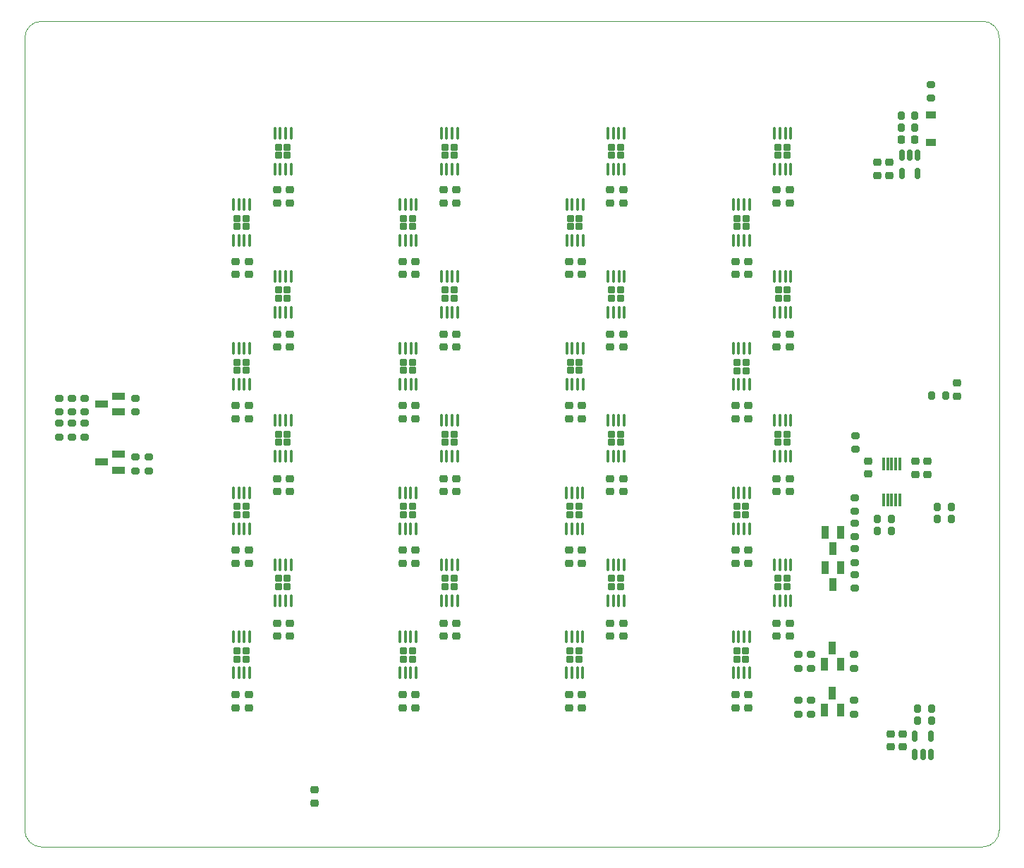
<source format=gtp>
G04 #@! TF.GenerationSoftware,KiCad,Pcbnew,(6.0.11)*
G04 #@! TF.CreationDate,2024-03-31T18:21:24-04:00*
G04 #@! TF.ProjectId,Ultrasonic Sound Steering - Driver Rev. C,556c7472-6173-46f6-9e69-6320536f756e,rev?*
G04 #@! TF.SameCoordinates,Original*
G04 #@! TF.FileFunction,Paste,Top*
G04 #@! TF.FilePolarity,Positive*
%FSLAX46Y46*%
G04 Gerber Fmt 4.6, Leading zero omitted, Abs format (unit mm)*
G04 Created by KiCad (PCBNEW (6.0.11)) date 2024-03-31 18:21:24*
%MOMM*%
%LPD*%
G01*
G04 APERTURE LIST*
G04 Aperture macros list*
%AMRoundRect*
0 Rectangle with rounded corners*
0 $1 Rounding radius*
0 $2 $3 $4 $5 $6 $7 $8 $9 X,Y pos of 4 corners*
0 Add a 4 corners polygon primitive as box body*
4,1,4,$2,$3,$4,$5,$6,$7,$8,$9,$2,$3,0*
0 Add four circle primitives for the rounded corners*
1,1,$1+$1,$2,$3*
1,1,$1+$1,$4,$5*
1,1,$1+$1,$6,$7*
1,1,$1+$1,$8,$9*
0 Add four rect primitives between the rounded corners*
20,1,$1+$1,$2,$3,$4,$5,0*
20,1,$1+$1,$4,$5,$6,$7,0*
20,1,$1+$1,$6,$7,$8,$9,0*
20,1,$1+$1,$8,$9,$2,$3,0*%
G04 Aperture macros list end*
G04 #@! TA.AperFunction,Profile*
%ADD10C,0.100000*%
G04 #@! TD*
%ADD11RoundRect,0.205000X-0.245000X0.205000X-0.245000X-0.205000X0.245000X-0.205000X0.245000X0.205000X0*%
%ADD12RoundRect,0.100000X-0.100000X0.625000X-0.100000X-0.625000X0.100000X-0.625000X0.100000X0.625000X0*%
%ADD13RoundRect,0.225000X-0.250000X0.225000X-0.250000X-0.225000X0.250000X-0.225000X0.250000X0.225000X0*%
%ADD14RoundRect,0.225000X0.250000X-0.225000X0.250000X0.225000X-0.250000X0.225000X-0.250000X-0.225000X0*%
%ADD15RoundRect,0.200000X0.200000X0.275000X-0.200000X0.275000X-0.200000X-0.275000X0.200000X-0.275000X0*%
%ADD16RoundRect,0.200000X-0.275000X0.200000X-0.275000X-0.200000X0.275000X-0.200000X0.275000X0.200000X0*%
%ADD17R,1.600200X0.863600*%
%ADD18RoundRect,0.200000X0.275000X-0.200000X0.275000X0.200000X-0.275000X0.200000X-0.275000X-0.200000X0*%
%ADD19R,0.863600X1.600200*%
%ADD20RoundRect,0.200000X-0.200000X-0.275000X0.200000X-0.275000X0.200000X0.275000X-0.200000X0.275000X0*%
%ADD21R,1.200000X0.900000*%
%ADD22RoundRect,0.150000X0.150000X-0.512500X0.150000X0.512500X-0.150000X0.512500X-0.150000X-0.512500X0*%
%ADD23RoundRect,0.150000X-0.150000X0.512500X-0.150000X-0.512500X0.150000X-0.512500X0.150000X0.512500X0*%
%ADD24R,0.330200X1.524000*%
%ADD25RoundRect,0.225000X0.225000X0.250000X-0.225000X0.250000X-0.225000X-0.250000X0.225000X-0.250000X0*%
G04 APERTURE END LIST*
D10*
X312719114Y-47450000D02*
X312714900Y-142595786D01*
X312719100Y-47450000D02*
G75*
G03*
X310719114Y-45450000I-2000000J0D01*
G01*
X195723314Y-142595786D02*
G75*
G03*
X197723328Y-144595786I1999986J-14D01*
G01*
X195723328Y-142595786D02*
X195723328Y-47454213D01*
X197723328Y-45454213D02*
X310719114Y-45450000D01*
X310714900Y-144595786D02*
X197723328Y-144595786D01*
X310714900Y-144595800D02*
G75*
G03*
X312714900Y-142595786I0J2000000D01*
G01*
X197723328Y-45454228D02*
G75*
G03*
X195723328Y-47454213I-28J-1999972D01*
G01*
D11*
X287240000Y-60560000D03*
X286160000Y-61540000D03*
X287240000Y-61540000D03*
X286160000Y-60560000D03*
D12*
X287675000Y-58900000D03*
X287025000Y-58900000D03*
X286375000Y-58900000D03*
X285725000Y-58900000D03*
X285725000Y-63200000D03*
X286375000Y-63200000D03*
X287025000Y-63200000D03*
X287675000Y-63200000D03*
D13*
X221050000Y-74275000D03*
X221050000Y-75825000D03*
X282600000Y-126325000D03*
X282600000Y-127875000D03*
D14*
X302620000Y-99845000D03*
X302620000Y-98295000D03*
D13*
X222600000Y-91625000D03*
X222600000Y-93175000D03*
D15*
X304570000Y-129455000D03*
X302920000Y-129455000D03*
D13*
X262600000Y-126325000D03*
X262600000Y-127875000D03*
D16*
X295330000Y-111880000D03*
X295330000Y-113530000D03*
D13*
X286000000Y-65700000D03*
X286000000Y-67250000D03*
X227550000Y-100400000D03*
X227550000Y-101950000D03*
D17*
X206954834Y-99350000D03*
X206954834Y-97449998D03*
X204943834Y-98399999D03*
D13*
X281050000Y-74275000D03*
X281050000Y-75825000D03*
X242600000Y-108975000D03*
X242600000Y-110525000D03*
D11*
X261197020Y-103734487D03*
X261197020Y-104714487D03*
X262277020Y-103734487D03*
X262277020Y-104714487D03*
D12*
X262712020Y-102074487D03*
X262062020Y-102074487D03*
X261412020Y-102074487D03*
X260762020Y-102074487D03*
X260762020Y-106374487D03*
X261412020Y-106374487D03*
X262062020Y-106374487D03*
X262712020Y-106374487D03*
D13*
X247550000Y-100400000D03*
X247550000Y-101950000D03*
D17*
X206955250Y-92350252D03*
X206955250Y-90450250D03*
X204944250Y-91400251D03*
D15*
X306255000Y-90410000D03*
X304605000Y-90410000D03*
D18*
X290090000Y-128650000D03*
X290090000Y-127000000D03*
D13*
X262600000Y-91625000D03*
X262600000Y-93175000D03*
X267550000Y-83050000D03*
X267550000Y-84600000D03*
X282600000Y-91625000D03*
X282600000Y-93175000D03*
D11*
X246162020Y-96031028D03*
X247242020Y-96031028D03*
X247242020Y-95051028D03*
X246162020Y-95051028D03*
D12*
X247677020Y-93391028D03*
X247027020Y-93391028D03*
X246377020Y-93391028D03*
X245727020Y-93391028D03*
X245727020Y-97691028D03*
X246377020Y-97691028D03*
X247027020Y-97691028D03*
X247677020Y-97691028D03*
D11*
X242277020Y-121054995D03*
X242277020Y-122034995D03*
X241197020Y-122034995D03*
X241197020Y-121054995D03*
D12*
X242712020Y-119394995D03*
X242062020Y-119394995D03*
X241412020Y-119394995D03*
X240762020Y-119394995D03*
X240762020Y-123694995D03*
X241412020Y-123694995D03*
X242062020Y-123694995D03*
X242712020Y-123694995D03*
D19*
X291740000Y-122695500D03*
X293640002Y-122695500D03*
X292690001Y-120684500D03*
D14*
X307640000Y-90445000D03*
X307640000Y-88895000D03*
D16*
X202932832Y-90713004D03*
X202932832Y-92363004D03*
D14*
X299550000Y-63965000D03*
X299550000Y-62415000D03*
D19*
X293680001Y-106796000D03*
X291779999Y-106796000D03*
X292730000Y-108807000D03*
D13*
X296975000Y-98275000D03*
X296975000Y-99825000D03*
X226000000Y-83050000D03*
X226000000Y-84600000D03*
X287550000Y-83050000D03*
X287550000Y-84600000D03*
D11*
X241215000Y-70089459D03*
X242295000Y-70089459D03*
X242295000Y-69109459D03*
X241215000Y-69109459D03*
D12*
X242730000Y-67449459D03*
X242080000Y-67449459D03*
X241430000Y-67449459D03*
X240780000Y-67449459D03*
X240780000Y-71749459D03*
X241430000Y-71749459D03*
X242080000Y-71749459D03*
X242730000Y-71749459D03*
D13*
X299650000Y-131055000D03*
X299650000Y-132605000D03*
D11*
X262277020Y-121054995D03*
X261197020Y-121054995D03*
X262277020Y-122034995D03*
X261197020Y-122034995D03*
D12*
X262712020Y-119394995D03*
X262062020Y-119394995D03*
X261412020Y-119394995D03*
X260762020Y-119394995D03*
X260762020Y-123694995D03*
X261412020Y-123694995D03*
X262062020Y-123694995D03*
X262712020Y-123694995D03*
D13*
X226000000Y-65700000D03*
X226000000Y-67250000D03*
X222600000Y-108975000D03*
X222600000Y-110525000D03*
X226000000Y-117750000D03*
X226000000Y-119300000D03*
X221050000Y-126325000D03*
X221050000Y-127875000D03*
X261050000Y-91625000D03*
X261050000Y-93175000D03*
X241050000Y-126325000D03*
X241050000Y-127875000D03*
D20*
X298085000Y-105210000D03*
X299735000Y-105210000D03*
D13*
X266000000Y-117750000D03*
X266000000Y-119300000D03*
D16*
X304480000Y-53030000D03*
X304480000Y-54680000D03*
D13*
X286000000Y-83050000D03*
X286000000Y-84600000D03*
D18*
X208999750Y-92375251D03*
X208999750Y-90725251D03*
D11*
X247240000Y-61540000D03*
X246160000Y-61540000D03*
X247240000Y-60560000D03*
X246160000Y-60560000D03*
D12*
X247675000Y-58900000D03*
X247025000Y-58900000D03*
X246375000Y-58900000D03*
X245725000Y-58900000D03*
X245725000Y-63200000D03*
X246375000Y-63200000D03*
X247025000Y-63200000D03*
X247675000Y-63200000D03*
D13*
X261050000Y-108975000D03*
X261050000Y-110525000D03*
D11*
X266160000Y-60560000D03*
X267240000Y-60560000D03*
X266160000Y-61540000D03*
X267240000Y-61540000D03*
D12*
X267675000Y-58900000D03*
X267025000Y-58900000D03*
X266375000Y-58900000D03*
X265725000Y-58900000D03*
X265725000Y-63200000D03*
X266375000Y-63200000D03*
X267025000Y-63200000D03*
X267675000Y-63200000D03*
D13*
X266000000Y-65700000D03*
X266000000Y-67250000D03*
X281050000Y-108975000D03*
X281050000Y-110525000D03*
D11*
X281215000Y-87396508D03*
X282295000Y-86416508D03*
X282295000Y-87396508D03*
X281215000Y-86416508D03*
D12*
X282730000Y-84756508D03*
X282080000Y-84756508D03*
X281430000Y-84756508D03*
X280780000Y-84756508D03*
X280780000Y-89056508D03*
X281430000Y-89056508D03*
X282080000Y-89056508D03*
X282730000Y-89056508D03*
D13*
X246000000Y-65700000D03*
X246000000Y-67250000D03*
D11*
X247258274Y-78710681D03*
X246178274Y-78710681D03*
X247258274Y-77730681D03*
X246178274Y-77730681D03*
D12*
X247693274Y-76070681D03*
X247043274Y-76070681D03*
X246393274Y-76070681D03*
X245743274Y-76070681D03*
X245743274Y-80370681D03*
X246393274Y-80370681D03*
X247043274Y-80370681D03*
X247693274Y-80370681D03*
D13*
X261050000Y-74275000D03*
X261050000Y-75825000D03*
X287550000Y-100400000D03*
X287550000Y-101950000D03*
D11*
X246162020Y-112371536D03*
X247242020Y-112371536D03*
X247242020Y-113351536D03*
X246162020Y-113351536D03*
D12*
X247677020Y-110711536D03*
X247027020Y-110711536D03*
X246377020Y-110711536D03*
X245727020Y-110711536D03*
X245727020Y-115011536D03*
X246377020Y-115011536D03*
X247027020Y-115011536D03*
X247677020Y-115011536D03*
D13*
X266000000Y-100400000D03*
X266000000Y-101950000D03*
D16*
X199880000Y-93730000D03*
X199880000Y-95380000D03*
D13*
X301110000Y-131055000D03*
X301110000Y-132605000D03*
D21*
X304512500Y-60007500D03*
X304512500Y-56707500D03*
D14*
X304080000Y-99845000D03*
X304080000Y-98295000D03*
D13*
X242600000Y-74275000D03*
X242600000Y-75825000D03*
D11*
X241197020Y-103734487D03*
X242277020Y-103734487D03*
X241197020Y-104714487D03*
X242277020Y-104714487D03*
D12*
X242712020Y-102074487D03*
X242062020Y-102074487D03*
X241412020Y-102074487D03*
X240762020Y-102074487D03*
X240762020Y-106374487D03*
X241412020Y-106374487D03*
X242062020Y-106374487D03*
X242712020Y-106374487D03*
D11*
X266162020Y-112371536D03*
X267242020Y-113351536D03*
X267242020Y-112371536D03*
X266162020Y-113351536D03*
D12*
X267677020Y-110711536D03*
X267027020Y-110711536D03*
X266377020Y-110711536D03*
X265727020Y-110711536D03*
X265727020Y-115011536D03*
X266377020Y-115011536D03*
X267027020Y-115011536D03*
X267677020Y-115011536D03*
D13*
X267550000Y-100400000D03*
X267550000Y-101950000D03*
D16*
X201410000Y-93725000D03*
X201410000Y-95375000D03*
D20*
X300937500Y-56757500D03*
X302587500Y-56757500D03*
D13*
X221050000Y-91625000D03*
X221050000Y-93175000D03*
D14*
X230470000Y-139305000D03*
X230470000Y-137755000D03*
D11*
X222277020Y-87393979D03*
X221197020Y-86413979D03*
X222277020Y-86413979D03*
X221197020Y-87393979D03*
D12*
X222712020Y-84753979D03*
X222062020Y-84753979D03*
X221412020Y-84753979D03*
X220762020Y-84753979D03*
X220762020Y-89053979D03*
X221412020Y-89053979D03*
X222062020Y-89053979D03*
X222712020Y-89053979D03*
D18*
X295280000Y-128640000D03*
X295280000Y-126990000D03*
D16*
X288630000Y-121490500D03*
X288630000Y-123140500D03*
D13*
X227550000Y-65700000D03*
X227550000Y-67250000D03*
D18*
X290090000Y-123140500D03*
X290090000Y-121490500D03*
D13*
X242600000Y-91625000D03*
X242600000Y-93175000D03*
X261050000Y-126325000D03*
X261050000Y-127875000D03*
D22*
X302590000Y-133537500D03*
X303540000Y-133537500D03*
X304490000Y-133537500D03*
X304490000Y-131262500D03*
X302590000Y-131262500D03*
D11*
X267242020Y-95051028D03*
X267242020Y-96031028D03*
X266162020Y-96031028D03*
X266162020Y-95051028D03*
D12*
X267677020Y-93391028D03*
X267027020Y-93391028D03*
X266377020Y-93391028D03*
X265727020Y-93391028D03*
X265727020Y-97691028D03*
X266377020Y-97691028D03*
X267027020Y-97691028D03*
X267677020Y-97691028D03*
D11*
X286162020Y-96031028D03*
X286162020Y-95051028D03*
X287242020Y-96031028D03*
X287242020Y-95051028D03*
D12*
X287677020Y-93391028D03*
X287027020Y-93391028D03*
X286377020Y-93391028D03*
X285727020Y-93391028D03*
X285727020Y-97691028D03*
X286377020Y-97691028D03*
X287027020Y-97691028D03*
X287677020Y-97691028D03*
D11*
X226162020Y-113351536D03*
X227242020Y-113351536D03*
X227242020Y-112371536D03*
X226162020Y-112371536D03*
D12*
X227677020Y-110711536D03*
X227027020Y-110711536D03*
X226377020Y-110711536D03*
X225727020Y-110711536D03*
X225727020Y-115011536D03*
X226377020Y-115011536D03*
X227027020Y-115011536D03*
X227677020Y-115011536D03*
D16*
X210577750Y-97774999D03*
X210577750Y-99424999D03*
X201410000Y-90705000D03*
X201410000Y-92355000D03*
D11*
X221215000Y-69126000D03*
X221215000Y-70106000D03*
X222295000Y-70106000D03*
X222295000Y-69126000D03*
D12*
X222730000Y-67466000D03*
X222080000Y-67466000D03*
X221430000Y-67466000D03*
X220780000Y-67466000D03*
X220780000Y-71766000D03*
X221430000Y-71766000D03*
X222080000Y-71766000D03*
X222730000Y-71766000D03*
D13*
X286000000Y-100400000D03*
X286000000Y-101950000D03*
D20*
X300940000Y-58217500D03*
X302590000Y-58217500D03*
D23*
X302917500Y-61487500D03*
X301967500Y-61487500D03*
X301017500Y-61487500D03*
X301017500Y-63762500D03*
X302917500Y-63762500D03*
D19*
X293680001Y-111074500D03*
X291779999Y-111074500D03*
X292730000Y-113085500D03*
D13*
X262600000Y-74275000D03*
X262600000Y-75825000D03*
D11*
X286180000Y-78713049D03*
X287260000Y-77733049D03*
X286180000Y-77733049D03*
X287260000Y-78713049D03*
D12*
X287695000Y-76073049D03*
X287045000Y-76073049D03*
X286395000Y-76073049D03*
X285745000Y-76073049D03*
X285745000Y-80373049D03*
X286395000Y-80373049D03*
X287045000Y-80373049D03*
X287695000Y-80373049D03*
D13*
X222600000Y-74275000D03*
X222600000Y-75825000D03*
D11*
X227242020Y-78710520D03*
X227242020Y-77730520D03*
X226162020Y-78710520D03*
X226162020Y-77730520D03*
D12*
X227677020Y-76070520D03*
X227027020Y-76070520D03*
X226377020Y-76070520D03*
X225727020Y-76070520D03*
X225727020Y-80370520D03*
X226377020Y-80370520D03*
X227027020Y-80370520D03*
X227677020Y-80370520D03*
D13*
X267550000Y-65700000D03*
X267550000Y-67250000D03*
X227550000Y-117750000D03*
X227550000Y-119300000D03*
X281050000Y-91625000D03*
X281050000Y-93175000D03*
D11*
X261213274Y-87394140D03*
X262293274Y-86414140D03*
X262293274Y-87394140D03*
X261213274Y-86414140D03*
D12*
X262728274Y-84754140D03*
X262078274Y-84754140D03*
X261428274Y-84754140D03*
X260778274Y-84754140D03*
X260778274Y-89054140D03*
X261428274Y-89054140D03*
X262078274Y-89054140D03*
X262728274Y-89054140D03*
D11*
X281215000Y-69109459D03*
X282295000Y-69109459D03*
X281215000Y-70089459D03*
X282295000Y-70089459D03*
D12*
X282730000Y-67449459D03*
X282080000Y-67449459D03*
X281430000Y-67449459D03*
X280780000Y-67449459D03*
X280780000Y-71749459D03*
X281430000Y-71749459D03*
X282080000Y-71749459D03*
X282730000Y-71749459D03*
D13*
X227550000Y-83050000D03*
X227550000Y-84600000D03*
D18*
X295330000Y-110426500D03*
X295330000Y-108776500D03*
D11*
X222277020Y-122034995D03*
X222277020Y-121054995D03*
X221197020Y-121054995D03*
X221197020Y-122034995D03*
D12*
X222712020Y-119394995D03*
X222062020Y-119394995D03*
X221412020Y-119394995D03*
X220762020Y-119394995D03*
X220762020Y-123694995D03*
X221412020Y-123694995D03*
X222062020Y-123694995D03*
X222712020Y-123694995D03*
D13*
X282600000Y-108975000D03*
X282600000Y-110525000D03*
D16*
X288620000Y-127000000D03*
X288620000Y-128650000D03*
D13*
X281050000Y-126325000D03*
X281050000Y-127875000D03*
X287550000Y-65700000D03*
X287550000Y-67250000D03*
D24*
X300800001Y-98628300D03*
X300299999Y-98628300D03*
X299800000Y-98628300D03*
X299300001Y-98628300D03*
X298799999Y-98628300D03*
X298799999Y-102971700D03*
X299300001Y-102971700D03*
X299800000Y-102971700D03*
X300299999Y-102971700D03*
X300800001Y-102971700D03*
D13*
X247550000Y-65700000D03*
X247550000Y-67250000D03*
D11*
X286162020Y-113351536D03*
X287242020Y-112371536D03*
X287242020Y-113351536D03*
X286162020Y-112371536D03*
D12*
X287677020Y-110711536D03*
X287027020Y-110711536D03*
X286377020Y-110711536D03*
X285727020Y-110711536D03*
X285727020Y-115011536D03*
X286377020Y-115011536D03*
X287027020Y-115011536D03*
X287677020Y-115011536D03*
D13*
X266000000Y-83050000D03*
X266000000Y-84600000D03*
D14*
X298090000Y-63965000D03*
X298090000Y-62415000D03*
D11*
X226160000Y-60560000D03*
X227240000Y-60560000D03*
X226160000Y-61540000D03*
X227240000Y-61540000D03*
D12*
X227675000Y-58900000D03*
X227025000Y-58900000D03*
X226375000Y-58900000D03*
X225725000Y-58900000D03*
X225725000Y-63200000D03*
X226375000Y-63200000D03*
X227025000Y-63200000D03*
X227675000Y-63200000D03*
D13*
X246000000Y-117750000D03*
X246000000Y-119300000D03*
D15*
X306935000Y-103752000D03*
X305285000Y-103752000D03*
D16*
X295330000Y-102645000D03*
X295330000Y-104295000D03*
X295460000Y-95210000D03*
X295460000Y-96860000D03*
D13*
X221050000Y-108975000D03*
X221050000Y-110525000D03*
X241050000Y-108975000D03*
X241050000Y-110525000D03*
X247550000Y-117750000D03*
X247550000Y-119300000D03*
X262600000Y-108975000D03*
X262600000Y-110525000D03*
X241050000Y-91625000D03*
X241050000Y-93175000D03*
D11*
X227242020Y-95051028D03*
X226162020Y-96031028D03*
X227242020Y-96031028D03*
X226162020Y-95051028D03*
D12*
X227677020Y-93391028D03*
X227027020Y-93391028D03*
X226377020Y-93391028D03*
X225727020Y-93391028D03*
X225727020Y-97691028D03*
X226377020Y-97691028D03*
X227027020Y-97691028D03*
X227677020Y-97691028D03*
D19*
X291729999Y-128180500D03*
X293630001Y-128180500D03*
X292680000Y-126169500D03*
D13*
X246000000Y-100400000D03*
X246000000Y-101950000D03*
X282600000Y-74275000D03*
X282600000Y-75825000D03*
D16*
X208972250Y-97774999D03*
X208972250Y-99424999D03*
D18*
X199882832Y-92363004D03*
X199882832Y-90713004D03*
D11*
X281197020Y-121054995D03*
X281197020Y-122034995D03*
X282277020Y-122034995D03*
X282277020Y-121054995D03*
D12*
X282712020Y-119394995D03*
X282062020Y-119394995D03*
X281412020Y-119394995D03*
X280762020Y-119394995D03*
X280762020Y-123694995D03*
X281412020Y-123694995D03*
X282062020Y-123694995D03*
X282712020Y-123694995D03*
D15*
X306935000Y-105209500D03*
X305285000Y-105209500D03*
D13*
X241050000Y-74275000D03*
X241050000Y-75825000D03*
X286000000Y-117750000D03*
X286000000Y-119300000D03*
D20*
X298085000Y-106670000D03*
X299735000Y-106670000D03*
D13*
X287550000Y-117750000D03*
X287550000Y-119300000D03*
X246000000Y-83050000D03*
X246000000Y-84600000D03*
D16*
X202940000Y-93735000D03*
X202940000Y-95385000D03*
D11*
X241213274Y-87394140D03*
X241213274Y-86414140D03*
X242293274Y-87394140D03*
X242293274Y-86414140D03*
D12*
X242728274Y-84754140D03*
X242078274Y-84754140D03*
X241428274Y-84754140D03*
X240778274Y-84754140D03*
X240778274Y-89054140D03*
X241428274Y-89054140D03*
X242078274Y-89054140D03*
X242728274Y-89054140D03*
D11*
X222277020Y-104714487D03*
X221197020Y-104714487D03*
X222277020Y-103734487D03*
X221197020Y-103734487D03*
D12*
X222712020Y-102074487D03*
X222062020Y-102074487D03*
X221412020Y-102074487D03*
X220762020Y-102074487D03*
X220762020Y-106374487D03*
X221412020Y-106374487D03*
X222062020Y-106374487D03*
X222712020Y-106374487D03*
D11*
X261215000Y-69109459D03*
X261215000Y-70089459D03*
X262295000Y-70089459D03*
X262295000Y-69109459D03*
D12*
X262730000Y-67449459D03*
X262080000Y-67449459D03*
X261430000Y-67449459D03*
X260780000Y-67449459D03*
X260780000Y-71749459D03*
X261430000Y-71749459D03*
X262080000Y-71749459D03*
X262730000Y-71749459D03*
D13*
X242600000Y-126325000D03*
X242600000Y-127875000D03*
D11*
X266178274Y-77730681D03*
X266178274Y-78710681D03*
X267258274Y-77730681D03*
X267258274Y-78710681D03*
D12*
X267693274Y-76070681D03*
X267043274Y-76070681D03*
X266393274Y-76070681D03*
X265743274Y-76070681D03*
X265743274Y-80370681D03*
X266393274Y-80370681D03*
X267043274Y-80370681D03*
X267693274Y-80370681D03*
D13*
X267550000Y-117750000D03*
X267550000Y-119300000D03*
D11*
X281197020Y-103734487D03*
X281197020Y-104714487D03*
X282277020Y-104714487D03*
X282277020Y-103734487D03*
D12*
X282712020Y-102074487D03*
X282062020Y-102074487D03*
X281412020Y-102074487D03*
X280762020Y-102074487D03*
X280762020Y-106374487D03*
X281412020Y-106374487D03*
X282062020Y-106374487D03*
X282712020Y-106374487D03*
D20*
X302920000Y-127990000D03*
X304570000Y-127990000D03*
D13*
X226000000Y-100400000D03*
X226000000Y-101950000D03*
X222600000Y-126325000D03*
X222600000Y-127875000D03*
D25*
X302537500Y-59675000D03*
X300987500Y-59675000D03*
D13*
X247550000Y-83050000D03*
X247550000Y-84600000D03*
D18*
X295300001Y-123149500D03*
X295300001Y-121499500D03*
D16*
X295330000Y-105705000D03*
X295330000Y-107355000D03*
M02*

</source>
